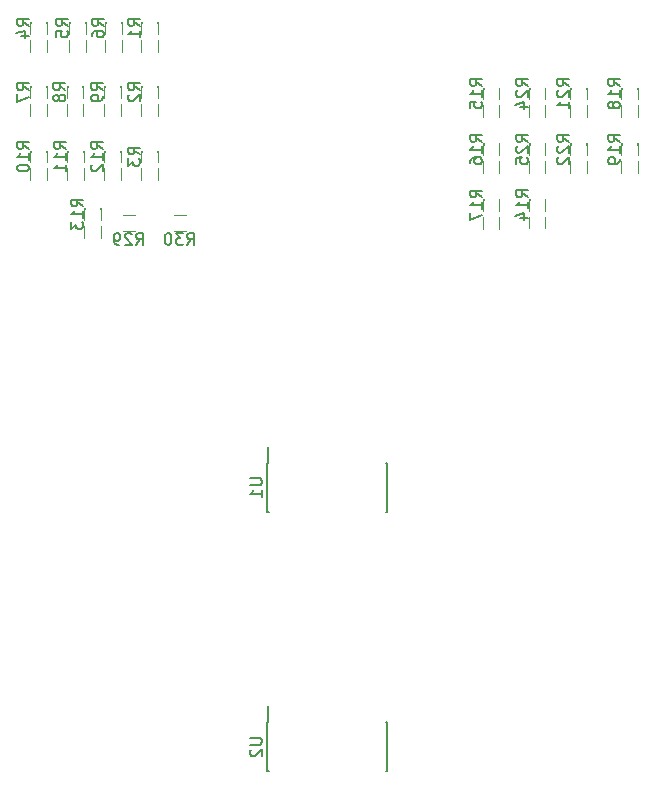
<source format=gbr>
G04 #@! TF.FileFunction,Legend,Bot*
%FSLAX46Y46*%
G04 Gerber Fmt 4.6, Leading zero omitted, Abs format (unit mm)*
G04 Created by KiCad (PCBNEW 4.0.7-e2-6376~58~ubuntu16.04.1) date Fri Jun  1 10:41:47 2018*
%MOMM*%
%LPD*%
G01*
G04 APERTURE LIST*
%ADD10C,0.100000*%
%ADD11C,0.090000*%
%ADD12C,0.120000*%
%ADD13C,0.150000*%
G04 APERTURE END LIST*
D10*
D11*
X127172000Y-48010000D02*
X127172000Y-47010000D01*
X125812000Y-47010000D02*
X125812000Y-48010000D01*
D12*
X127092000Y-45610000D02*
X127092000Y-45510000D01*
X125812000Y-45510000D02*
X125812000Y-46510000D01*
X127172000Y-46510000D02*
X127172000Y-45510000D01*
X125892000Y-45610000D02*
X125892000Y-45510000D01*
D11*
X127171998Y-53447000D02*
X127171998Y-52447000D01*
X125811998Y-52447000D02*
X125811998Y-53447000D01*
D12*
X127091998Y-51047000D02*
X127091998Y-50947000D01*
X125811998Y-50947000D02*
X125811998Y-51947000D01*
X127171998Y-51947000D02*
X127171998Y-50947000D01*
X125891998Y-51047000D02*
X125891998Y-50947000D01*
D11*
X127171998Y-58884000D02*
X127171998Y-57884000D01*
X125811998Y-57884000D02*
X125811998Y-58884000D01*
D12*
X127091998Y-56484000D02*
X127091998Y-56384000D01*
X125811998Y-56384000D02*
X125811998Y-57384000D01*
X127171998Y-57384000D02*
X127171998Y-56384000D01*
X125891998Y-56484000D02*
X125891998Y-56384000D01*
D11*
X117774000Y-48010000D02*
X117774000Y-47010000D01*
X116414000Y-47010000D02*
X116414000Y-48010000D01*
D12*
X117694000Y-45610000D02*
X117694000Y-45510000D01*
X116414000Y-45510000D02*
X116414000Y-46510000D01*
X117774000Y-46510000D02*
X117774000Y-45510000D01*
X116494000Y-45610000D02*
X116494000Y-45510000D01*
D11*
X121076000Y-48010000D02*
X121076000Y-47010000D01*
X119716000Y-47010000D02*
X119716000Y-48010000D01*
D12*
X120996000Y-45610000D02*
X120996000Y-45510000D01*
X119716000Y-45510000D02*
X119716000Y-46510000D01*
X121076000Y-46510000D02*
X121076000Y-45510000D01*
X119796000Y-45610000D02*
X119796000Y-45510000D01*
D11*
X124124000Y-48010000D02*
X124124000Y-47010000D01*
X122764000Y-47010000D02*
X122764000Y-48010000D01*
D12*
X124044000Y-45610000D02*
X124044000Y-45510000D01*
X122764000Y-45510000D02*
X122764000Y-46510000D01*
X124124000Y-46510000D02*
X124124000Y-45510000D01*
X122844000Y-45610000D02*
X122844000Y-45510000D01*
D11*
X117774000Y-53447000D02*
X117774000Y-52447000D01*
X116414000Y-52447000D02*
X116414000Y-53447000D01*
D12*
X117694000Y-51047000D02*
X117694000Y-50947000D01*
X116414000Y-50947000D02*
X116414000Y-51947000D01*
X117774000Y-51947000D02*
X117774000Y-50947000D01*
X116494000Y-51047000D02*
X116494000Y-50947000D01*
D11*
X120861997Y-53447000D02*
X120861997Y-52447000D01*
X119501997Y-52447000D02*
X119501997Y-53447000D01*
D12*
X120781997Y-51047000D02*
X120781997Y-50947000D01*
X119501997Y-50947000D02*
X119501997Y-51947000D01*
X120861997Y-51947000D02*
X120861997Y-50947000D01*
X119581997Y-51047000D02*
X119581997Y-50947000D01*
D11*
X124039332Y-53447000D02*
X124039332Y-52447000D01*
X122679332Y-52447000D02*
X122679332Y-53447000D01*
D12*
X123959332Y-51047000D02*
X123959332Y-50947000D01*
X122679332Y-50947000D02*
X122679332Y-51947000D01*
X124039332Y-51947000D02*
X124039332Y-50947000D01*
X122759332Y-51047000D02*
X122759332Y-50947000D01*
D11*
X117774000Y-58884000D02*
X117774000Y-57884000D01*
X116414000Y-57884000D02*
X116414000Y-58884000D01*
D12*
X117694000Y-56484000D02*
X117694000Y-56384000D01*
X116414000Y-56384000D02*
X116414000Y-57384000D01*
X117774000Y-57384000D02*
X117774000Y-56384000D01*
X116494000Y-56484000D02*
X116494000Y-56384000D01*
D11*
X120906666Y-58884000D02*
X120906666Y-57884000D01*
X119546666Y-57884000D02*
X119546666Y-58884000D01*
D12*
X120826666Y-56484000D02*
X120826666Y-56384000D01*
X119546666Y-56384000D02*
X119546666Y-57384000D01*
X120906666Y-57384000D02*
X120906666Y-56384000D01*
X119626666Y-56484000D02*
X119626666Y-56384000D01*
D11*
X124039332Y-58884000D02*
X124039332Y-57884000D01*
X122679332Y-57884000D02*
X122679332Y-58884000D01*
D12*
X123959332Y-56484000D02*
X123959332Y-56384000D01*
X122679332Y-56384000D02*
X122679332Y-57384000D01*
X124039332Y-57384000D02*
X124039332Y-56384000D01*
X122759332Y-56484000D02*
X122759332Y-56384000D01*
D11*
X122346000Y-63758000D02*
X122346000Y-62758000D01*
X120986000Y-62758000D02*
X120986000Y-63758000D01*
D12*
X122266000Y-61358000D02*
X122266000Y-61258000D01*
X120986000Y-61258000D02*
X120986000Y-62258000D01*
X122346000Y-62258000D02*
X122346000Y-61258000D01*
X121066000Y-61358000D02*
X121066000Y-61258000D01*
D11*
X160019886Y-62972000D02*
X160019886Y-61972000D01*
X158659886Y-61972000D02*
X158659886Y-62972000D01*
D12*
X159939886Y-60572000D02*
X159939886Y-60472000D01*
X158659886Y-60472000D02*
X158659886Y-61472000D01*
X160019886Y-61472000D02*
X160019886Y-60472000D01*
X158739886Y-60572000D02*
X158739886Y-60472000D01*
D11*
X156123829Y-53562000D02*
X156123829Y-52562000D01*
X154763829Y-52562000D02*
X154763829Y-53562000D01*
D12*
X156043829Y-51162000D02*
X156043829Y-51062000D01*
X154763829Y-51062000D02*
X154763829Y-52062000D01*
X156123829Y-52062000D02*
X156123829Y-51062000D01*
X154843829Y-51162000D02*
X154843829Y-51062000D01*
D11*
X156123829Y-58279000D02*
X156123829Y-57279000D01*
X154763829Y-57279000D02*
X154763829Y-58279000D01*
D12*
X156043829Y-55879000D02*
X156043829Y-55779000D01*
X154763829Y-55779000D02*
X154763829Y-56779000D01*
X156123829Y-56779000D02*
X156123829Y-55779000D01*
X154843829Y-55879000D02*
X154843829Y-55779000D01*
D11*
X156123829Y-62996000D02*
X156123829Y-61996000D01*
X154763829Y-61996000D02*
X154763829Y-62996000D01*
D12*
X156043829Y-60596000D02*
X156043829Y-60496000D01*
X154763829Y-60496000D02*
X154763829Y-61496000D01*
X156123829Y-61496000D02*
X156123829Y-60496000D01*
X154843829Y-60596000D02*
X154843829Y-60496000D01*
D11*
X167812000Y-53562000D02*
X167812000Y-52562000D01*
X166452000Y-52562000D02*
X166452000Y-53562000D01*
D12*
X167732000Y-51162000D02*
X167732000Y-51062000D01*
X166452000Y-51062000D02*
X166452000Y-52062000D01*
X167812000Y-52062000D02*
X167812000Y-51062000D01*
X166532000Y-51162000D02*
X166532000Y-51062000D01*
D11*
X167812000Y-58279000D02*
X167812000Y-57279000D01*
X166452000Y-57279000D02*
X166452000Y-58279000D01*
D12*
X167732000Y-55879000D02*
X167732000Y-55779000D01*
X166452000Y-55779000D02*
X166452000Y-56779000D01*
X167812000Y-56779000D02*
X167812000Y-55779000D01*
X166532000Y-55879000D02*
X166532000Y-55779000D01*
D11*
X163494000Y-53562000D02*
X163494000Y-52562000D01*
X162134000Y-52562000D02*
X162134000Y-53562000D01*
D12*
X163414000Y-51162000D02*
X163414000Y-51062000D01*
X162134000Y-51062000D02*
X162134000Y-52062000D01*
X163494000Y-52062000D02*
X163494000Y-51062000D01*
X162214000Y-51162000D02*
X162214000Y-51062000D01*
D11*
X163494000Y-58279000D02*
X163494000Y-57279000D01*
X162134000Y-57279000D02*
X162134000Y-58279000D01*
D12*
X163414000Y-55879000D02*
X163414000Y-55779000D01*
X162134000Y-55779000D02*
X162134000Y-56779000D01*
X163494000Y-56779000D02*
X163494000Y-55779000D01*
X162214000Y-55879000D02*
X162214000Y-55779000D01*
D11*
X160019886Y-53562000D02*
X160019886Y-52562000D01*
X158659886Y-52562000D02*
X158659886Y-53562000D01*
D12*
X159939886Y-51162000D02*
X159939886Y-51062000D01*
X158659886Y-51062000D02*
X158659886Y-52062000D01*
X160019886Y-52062000D02*
X160019886Y-51062000D01*
X158739886Y-51162000D02*
X158739886Y-51062000D01*
D11*
X160019886Y-58279000D02*
X160019886Y-57279000D01*
X158659886Y-57279000D02*
X158659886Y-58279000D01*
D12*
X159939886Y-55879000D02*
X159939886Y-55779000D01*
X158659886Y-55779000D02*
X158659886Y-56779000D01*
X160019886Y-56779000D02*
X160019886Y-55779000D01*
X158739886Y-55879000D02*
X158739886Y-55779000D01*
X125226000Y-61804000D02*
X124226000Y-61804000D01*
X124226000Y-63164000D02*
X125226000Y-63164000D01*
X129544000Y-61804000D02*
X128544000Y-61804000D01*
X128544000Y-63164000D02*
X129544000Y-63164000D01*
D13*
X136479200Y-82837200D02*
X136504200Y-82837200D01*
X136479200Y-86987200D02*
X136584200Y-86987200D01*
X146629200Y-86987200D02*
X146524200Y-86987200D01*
X146629200Y-82837200D02*
X146524200Y-82837200D01*
X136479200Y-82837200D02*
X136479200Y-86987200D01*
X146629200Y-82837200D02*
X146629200Y-86987200D01*
X136504200Y-82837200D02*
X136504200Y-81462200D01*
X136479200Y-104790400D02*
X136504200Y-104790400D01*
X136479200Y-108940400D02*
X136584200Y-108940400D01*
X146629200Y-108940400D02*
X146524200Y-108940400D01*
X146629200Y-104790400D02*
X146524200Y-104790400D01*
X136479200Y-104790400D02*
X136479200Y-108940400D01*
X146629200Y-104790400D02*
X146629200Y-108940400D01*
X136504200Y-104790400D02*
X136504200Y-103415400D01*
X125674381Y-45843334D02*
X125198190Y-45510000D01*
X125674381Y-45271905D02*
X124674381Y-45271905D01*
X124674381Y-45652858D01*
X124722000Y-45748096D01*
X124769619Y-45795715D01*
X124864857Y-45843334D01*
X125007714Y-45843334D01*
X125102952Y-45795715D01*
X125150571Y-45748096D01*
X125198190Y-45652858D01*
X125198190Y-45271905D01*
X125674381Y-46795715D02*
X125674381Y-46224286D01*
X125674381Y-46510000D02*
X124674381Y-46510000D01*
X124817238Y-46414762D01*
X124912476Y-46319524D01*
X124960095Y-46224286D01*
X125674379Y-51280334D02*
X125198188Y-50947000D01*
X125674379Y-50708905D02*
X124674379Y-50708905D01*
X124674379Y-51089858D01*
X124721998Y-51185096D01*
X124769617Y-51232715D01*
X124864855Y-51280334D01*
X125007712Y-51280334D01*
X125102950Y-51232715D01*
X125150569Y-51185096D01*
X125198188Y-51089858D01*
X125198188Y-50708905D01*
X124769617Y-51661286D02*
X124721998Y-51708905D01*
X124674379Y-51804143D01*
X124674379Y-52042239D01*
X124721998Y-52137477D01*
X124769617Y-52185096D01*
X124864855Y-52232715D01*
X124960093Y-52232715D01*
X125102950Y-52185096D01*
X125674379Y-51613667D01*
X125674379Y-52232715D01*
X125674379Y-56717334D02*
X125198188Y-56384000D01*
X125674379Y-56145905D02*
X124674379Y-56145905D01*
X124674379Y-56526858D01*
X124721998Y-56622096D01*
X124769617Y-56669715D01*
X124864855Y-56717334D01*
X125007712Y-56717334D01*
X125102950Y-56669715D01*
X125150569Y-56622096D01*
X125198188Y-56526858D01*
X125198188Y-56145905D01*
X124674379Y-57050667D02*
X124674379Y-57669715D01*
X125055331Y-57336381D01*
X125055331Y-57479239D01*
X125102950Y-57574477D01*
X125150569Y-57622096D01*
X125245808Y-57669715D01*
X125483903Y-57669715D01*
X125579141Y-57622096D01*
X125626760Y-57574477D01*
X125674379Y-57479239D01*
X125674379Y-57193524D01*
X125626760Y-57098286D01*
X125579141Y-57050667D01*
X116276381Y-45843334D02*
X115800190Y-45510000D01*
X116276381Y-45271905D02*
X115276381Y-45271905D01*
X115276381Y-45652858D01*
X115324000Y-45748096D01*
X115371619Y-45795715D01*
X115466857Y-45843334D01*
X115609714Y-45843334D01*
X115704952Y-45795715D01*
X115752571Y-45748096D01*
X115800190Y-45652858D01*
X115800190Y-45271905D01*
X115609714Y-46700477D02*
X116276381Y-46700477D01*
X115228762Y-46462381D02*
X115943048Y-46224286D01*
X115943048Y-46843334D01*
X119578381Y-45843334D02*
X119102190Y-45510000D01*
X119578381Y-45271905D02*
X118578381Y-45271905D01*
X118578381Y-45652858D01*
X118626000Y-45748096D01*
X118673619Y-45795715D01*
X118768857Y-45843334D01*
X118911714Y-45843334D01*
X119006952Y-45795715D01*
X119054571Y-45748096D01*
X119102190Y-45652858D01*
X119102190Y-45271905D01*
X118578381Y-46748096D02*
X118578381Y-46271905D01*
X119054571Y-46224286D01*
X119006952Y-46271905D01*
X118959333Y-46367143D01*
X118959333Y-46605239D01*
X119006952Y-46700477D01*
X119054571Y-46748096D01*
X119149810Y-46795715D01*
X119387905Y-46795715D01*
X119483143Y-46748096D01*
X119530762Y-46700477D01*
X119578381Y-46605239D01*
X119578381Y-46367143D01*
X119530762Y-46271905D01*
X119483143Y-46224286D01*
X122626381Y-45843334D02*
X122150190Y-45510000D01*
X122626381Y-45271905D02*
X121626381Y-45271905D01*
X121626381Y-45652858D01*
X121674000Y-45748096D01*
X121721619Y-45795715D01*
X121816857Y-45843334D01*
X121959714Y-45843334D01*
X122054952Y-45795715D01*
X122102571Y-45748096D01*
X122150190Y-45652858D01*
X122150190Y-45271905D01*
X121626381Y-46700477D02*
X121626381Y-46510000D01*
X121674000Y-46414762D01*
X121721619Y-46367143D01*
X121864476Y-46271905D01*
X122054952Y-46224286D01*
X122435905Y-46224286D01*
X122531143Y-46271905D01*
X122578762Y-46319524D01*
X122626381Y-46414762D01*
X122626381Y-46605239D01*
X122578762Y-46700477D01*
X122531143Y-46748096D01*
X122435905Y-46795715D01*
X122197810Y-46795715D01*
X122102571Y-46748096D01*
X122054952Y-46700477D01*
X122007333Y-46605239D01*
X122007333Y-46414762D01*
X122054952Y-46319524D01*
X122102571Y-46271905D01*
X122197810Y-46224286D01*
X116276381Y-51280334D02*
X115800190Y-50947000D01*
X116276381Y-50708905D02*
X115276381Y-50708905D01*
X115276381Y-51089858D01*
X115324000Y-51185096D01*
X115371619Y-51232715D01*
X115466857Y-51280334D01*
X115609714Y-51280334D01*
X115704952Y-51232715D01*
X115752571Y-51185096D01*
X115800190Y-51089858D01*
X115800190Y-50708905D01*
X115276381Y-51613667D02*
X115276381Y-52280334D01*
X116276381Y-51851762D01*
X119364378Y-51280334D02*
X118888187Y-50947000D01*
X119364378Y-50708905D02*
X118364378Y-50708905D01*
X118364378Y-51089858D01*
X118411997Y-51185096D01*
X118459616Y-51232715D01*
X118554854Y-51280334D01*
X118697711Y-51280334D01*
X118792949Y-51232715D01*
X118840568Y-51185096D01*
X118888187Y-51089858D01*
X118888187Y-50708905D01*
X118792949Y-51851762D02*
X118745330Y-51756524D01*
X118697711Y-51708905D01*
X118602473Y-51661286D01*
X118554854Y-51661286D01*
X118459616Y-51708905D01*
X118411997Y-51756524D01*
X118364378Y-51851762D01*
X118364378Y-52042239D01*
X118411997Y-52137477D01*
X118459616Y-52185096D01*
X118554854Y-52232715D01*
X118602473Y-52232715D01*
X118697711Y-52185096D01*
X118745330Y-52137477D01*
X118792949Y-52042239D01*
X118792949Y-51851762D01*
X118840568Y-51756524D01*
X118888187Y-51708905D01*
X118983426Y-51661286D01*
X119173902Y-51661286D01*
X119269140Y-51708905D01*
X119316759Y-51756524D01*
X119364378Y-51851762D01*
X119364378Y-52042239D01*
X119316759Y-52137477D01*
X119269140Y-52185096D01*
X119173902Y-52232715D01*
X118983426Y-52232715D01*
X118888187Y-52185096D01*
X118840568Y-52137477D01*
X118792949Y-52042239D01*
X122541713Y-51280334D02*
X122065522Y-50947000D01*
X122541713Y-50708905D02*
X121541713Y-50708905D01*
X121541713Y-51089858D01*
X121589332Y-51185096D01*
X121636951Y-51232715D01*
X121732189Y-51280334D01*
X121875046Y-51280334D01*
X121970284Y-51232715D01*
X122017903Y-51185096D01*
X122065522Y-51089858D01*
X122065522Y-50708905D01*
X122541713Y-51756524D02*
X122541713Y-51947000D01*
X122494094Y-52042239D01*
X122446475Y-52089858D01*
X122303618Y-52185096D01*
X122113142Y-52232715D01*
X121732189Y-52232715D01*
X121636951Y-52185096D01*
X121589332Y-52137477D01*
X121541713Y-52042239D01*
X121541713Y-51851762D01*
X121589332Y-51756524D01*
X121636951Y-51708905D01*
X121732189Y-51661286D01*
X121970284Y-51661286D01*
X122065522Y-51708905D01*
X122113142Y-51756524D01*
X122160761Y-51851762D01*
X122160761Y-52042239D01*
X122113142Y-52137477D01*
X122065522Y-52185096D01*
X121970284Y-52232715D01*
X116276381Y-56241143D02*
X115800190Y-55907809D01*
X116276381Y-55669714D02*
X115276381Y-55669714D01*
X115276381Y-56050667D01*
X115324000Y-56145905D01*
X115371619Y-56193524D01*
X115466857Y-56241143D01*
X115609714Y-56241143D01*
X115704952Y-56193524D01*
X115752571Y-56145905D01*
X115800190Y-56050667D01*
X115800190Y-55669714D01*
X116276381Y-57193524D02*
X116276381Y-56622095D01*
X116276381Y-56907809D02*
X115276381Y-56907809D01*
X115419238Y-56812571D01*
X115514476Y-56717333D01*
X115562095Y-56622095D01*
X115276381Y-57812571D02*
X115276381Y-57907810D01*
X115324000Y-58003048D01*
X115371619Y-58050667D01*
X115466857Y-58098286D01*
X115657333Y-58145905D01*
X115895429Y-58145905D01*
X116085905Y-58098286D01*
X116181143Y-58050667D01*
X116228762Y-58003048D01*
X116276381Y-57907810D01*
X116276381Y-57812571D01*
X116228762Y-57717333D01*
X116181143Y-57669714D01*
X116085905Y-57622095D01*
X115895429Y-57574476D01*
X115657333Y-57574476D01*
X115466857Y-57622095D01*
X115371619Y-57669714D01*
X115324000Y-57717333D01*
X115276381Y-57812571D01*
X119409047Y-56241143D02*
X118932856Y-55907809D01*
X119409047Y-55669714D02*
X118409047Y-55669714D01*
X118409047Y-56050667D01*
X118456666Y-56145905D01*
X118504285Y-56193524D01*
X118599523Y-56241143D01*
X118742380Y-56241143D01*
X118837618Y-56193524D01*
X118885237Y-56145905D01*
X118932856Y-56050667D01*
X118932856Y-55669714D01*
X119409047Y-57193524D02*
X119409047Y-56622095D01*
X119409047Y-56907809D02*
X118409047Y-56907809D01*
X118551904Y-56812571D01*
X118647142Y-56717333D01*
X118694761Y-56622095D01*
X119409047Y-58145905D02*
X119409047Y-57574476D01*
X119409047Y-57860190D02*
X118409047Y-57860190D01*
X118551904Y-57764952D01*
X118647142Y-57669714D01*
X118694761Y-57574476D01*
X122541713Y-56241143D02*
X122065522Y-55907809D01*
X122541713Y-55669714D02*
X121541713Y-55669714D01*
X121541713Y-56050667D01*
X121589332Y-56145905D01*
X121636951Y-56193524D01*
X121732189Y-56241143D01*
X121875046Y-56241143D01*
X121970284Y-56193524D01*
X122017903Y-56145905D01*
X122065522Y-56050667D01*
X122065522Y-55669714D01*
X122541713Y-57193524D02*
X122541713Y-56622095D01*
X122541713Y-56907809D02*
X121541713Y-56907809D01*
X121684570Y-56812571D01*
X121779808Y-56717333D01*
X121827427Y-56622095D01*
X121636951Y-57574476D02*
X121589332Y-57622095D01*
X121541713Y-57717333D01*
X121541713Y-57955429D01*
X121589332Y-58050667D01*
X121636951Y-58098286D01*
X121732189Y-58145905D01*
X121827427Y-58145905D01*
X121970284Y-58098286D01*
X122541713Y-57526857D01*
X122541713Y-58145905D01*
X120848381Y-61115143D02*
X120372190Y-60781809D01*
X120848381Y-60543714D02*
X119848381Y-60543714D01*
X119848381Y-60924667D01*
X119896000Y-61019905D01*
X119943619Y-61067524D01*
X120038857Y-61115143D01*
X120181714Y-61115143D01*
X120276952Y-61067524D01*
X120324571Y-61019905D01*
X120372190Y-60924667D01*
X120372190Y-60543714D01*
X120848381Y-62067524D02*
X120848381Y-61496095D01*
X120848381Y-61781809D02*
X119848381Y-61781809D01*
X119991238Y-61686571D01*
X120086476Y-61591333D01*
X120134095Y-61496095D01*
X119848381Y-62400857D02*
X119848381Y-63019905D01*
X120229333Y-62686571D01*
X120229333Y-62829429D01*
X120276952Y-62924667D01*
X120324571Y-62972286D01*
X120419810Y-63019905D01*
X120657905Y-63019905D01*
X120753143Y-62972286D01*
X120800762Y-62924667D01*
X120848381Y-62829429D01*
X120848381Y-62543714D01*
X120800762Y-62448476D01*
X120753143Y-62400857D01*
X158522267Y-60329143D02*
X158046076Y-59995809D01*
X158522267Y-59757714D02*
X157522267Y-59757714D01*
X157522267Y-60138667D01*
X157569886Y-60233905D01*
X157617505Y-60281524D01*
X157712743Y-60329143D01*
X157855600Y-60329143D01*
X157950838Y-60281524D01*
X157998457Y-60233905D01*
X158046076Y-60138667D01*
X158046076Y-59757714D01*
X158522267Y-61281524D02*
X158522267Y-60710095D01*
X158522267Y-60995809D02*
X157522267Y-60995809D01*
X157665124Y-60900571D01*
X157760362Y-60805333D01*
X157807981Y-60710095D01*
X157855600Y-62138667D02*
X158522267Y-62138667D01*
X157474648Y-61900571D02*
X158188934Y-61662476D01*
X158188934Y-62281524D01*
X154626210Y-50919143D02*
X154150019Y-50585809D01*
X154626210Y-50347714D02*
X153626210Y-50347714D01*
X153626210Y-50728667D01*
X153673829Y-50823905D01*
X153721448Y-50871524D01*
X153816686Y-50919143D01*
X153959543Y-50919143D01*
X154054781Y-50871524D01*
X154102400Y-50823905D01*
X154150019Y-50728667D01*
X154150019Y-50347714D01*
X154626210Y-51871524D02*
X154626210Y-51300095D01*
X154626210Y-51585809D02*
X153626210Y-51585809D01*
X153769067Y-51490571D01*
X153864305Y-51395333D01*
X153911924Y-51300095D01*
X153626210Y-52776286D02*
X153626210Y-52300095D01*
X154102400Y-52252476D01*
X154054781Y-52300095D01*
X154007162Y-52395333D01*
X154007162Y-52633429D01*
X154054781Y-52728667D01*
X154102400Y-52776286D01*
X154197639Y-52823905D01*
X154435734Y-52823905D01*
X154530972Y-52776286D01*
X154578591Y-52728667D01*
X154626210Y-52633429D01*
X154626210Y-52395333D01*
X154578591Y-52300095D01*
X154530972Y-52252476D01*
X154626210Y-55636143D02*
X154150019Y-55302809D01*
X154626210Y-55064714D02*
X153626210Y-55064714D01*
X153626210Y-55445667D01*
X153673829Y-55540905D01*
X153721448Y-55588524D01*
X153816686Y-55636143D01*
X153959543Y-55636143D01*
X154054781Y-55588524D01*
X154102400Y-55540905D01*
X154150019Y-55445667D01*
X154150019Y-55064714D01*
X154626210Y-56588524D02*
X154626210Y-56017095D01*
X154626210Y-56302809D02*
X153626210Y-56302809D01*
X153769067Y-56207571D01*
X153864305Y-56112333D01*
X153911924Y-56017095D01*
X153626210Y-57445667D02*
X153626210Y-57255190D01*
X153673829Y-57159952D01*
X153721448Y-57112333D01*
X153864305Y-57017095D01*
X154054781Y-56969476D01*
X154435734Y-56969476D01*
X154530972Y-57017095D01*
X154578591Y-57064714D01*
X154626210Y-57159952D01*
X154626210Y-57350429D01*
X154578591Y-57445667D01*
X154530972Y-57493286D01*
X154435734Y-57540905D01*
X154197639Y-57540905D01*
X154102400Y-57493286D01*
X154054781Y-57445667D01*
X154007162Y-57350429D01*
X154007162Y-57159952D01*
X154054781Y-57064714D01*
X154102400Y-57017095D01*
X154197639Y-56969476D01*
X154626210Y-60353143D02*
X154150019Y-60019809D01*
X154626210Y-59781714D02*
X153626210Y-59781714D01*
X153626210Y-60162667D01*
X153673829Y-60257905D01*
X153721448Y-60305524D01*
X153816686Y-60353143D01*
X153959543Y-60353143D01*
X154054781Y-60305524D01*
X154102400Y-60257905D01*
X154150019Y-60162667D01*
X154150019Y-59781714D01*
X154626210Y-61305524D02*
X154626210Y-60734095D01*
X154626210Y-61019809D02*
X153626210Y-61019809D01*
X153769067Y-60924571D01*
X153864305Y-60829333D01*
X153911924Y-60734095D01*
X153626210Y-61638857D02*
X153626210Y-62305524D01*
X154626210Y-61876952D01*
X166314381Y-50919143D02*
X165838190Y-50585809D01*
X166314381Y-50347714D02*
X165314381Y-50347714D01*
X165314381Y-50728667D01*
X165362000Y-50823905D01*
X165409619Y-50871524D01*
X165504857Y-50919143D01*
X165647714Y-50919143D01*
X165742952Y-50871524D01*
X165790571Y-50823905D01*
X165838190Y-50728667D01*
X165838190Y-50347714D01*
X166314381Y-51871524D02*
X166314381Y-51300095D01*
X166314381Y-51585809D02*
X165314381Y-51585809D01*
X165457238Y-51490571D01*
X165552476Y-51395333D01*
X165600095Y-51300095D01*
X165742952Y-52442952D02*
X165695333Y-52347714D01*
X165647714Y-52300095D01*
X165552476Y-52252476D01*
X165504857Y-52252476D01*
X165409619Y-52300095D01*
X165362000Y-52347714D01*
X165314381Y-52442952D01*
X165314381Y-52633429D01*
X165362000Y-52728667D01*
X165409619Y-52776286D01*
X165504857Y-52823905D01*
X165552476Y-52823905D01*
X165647714Y-52776286D01*
X165695333Y-52728667D01*
X165742952Y-52633429D01*
X165742952Y-52442952D01*
X165790571Y-52347714D01*
X165838190Y-52300095D01*
X165933429Y-52252476D01*
X166123905Y-52252476D01*
X166219143Y-52300095D01*
X166266762Y-52347714D01*
X166314381Y-52442952D01*
X166314381Y-52633429D01*
X166266762Y-52728667D01*
X166219143Y-52776286D01*
X166123905Y-52823905D01*
X165933429Y-52823905D01*
X165838190Y-52776286D01*
X165790571Y-52728667D01*
X165742952Y-52633429D01*
X166314381Y-55636143D02*
X165838190Y-55302809D01*
X166314381Y-55064714D02*
X165314381Y-55064714D01*
X165314381Y-55445667D01*
X165362000Y-55540905D01*
X165409619Y-55588524D01*
X165504857Y-55636143D01*
X165647714Y-55636143D01*
X165742952Y-55588524D01*
X165790571Y-55540905D01*
X165838190Y-55445667D01*
X165838190Y-55064714D01*
X166314381Y-56588524D02*
X166314381Y-56017095D01*
X166314381Y-56302809D02*
X165314381Y-56302809D01*
X165457238Y-56207571D01*
X165552476Y-56112333D01*
X165600095Y-56017095D01*
X166314381Y-57064714D02*
X166314381Y-57255190D01*
X166266762Y-57350429D01*
X166219143Y-57398048D01*
X166076286Y-57493286D01*
X165885810Y-57540905D01*
X165504857Y-57540905D01*
X165409619Y-57493286D01*
X165362000Y-57445667D01*
X165314381Y-57350429D01*
X165314381Y-57159952D01*
X165362000Y-57064714D01*
X165409619Y-57017095D01*
X165504857Y-56969476D01*
X165742952Y-56969476D01*
X165838190Y-57017095D01*
X165885810Y-57064714D01*
X165933429Y-57159952D01*
X165933429Y-57350429D01*
X165885810Y-57445667D01*
X165838190Y-57493286D01*
X165742952Y-57540905D01*
X161996381Y-50919143D02*
X161520190Y-50585809D01*
X161996381Y-50347714D02*
X160996381Y-50347714D01*
X160996381Y-50728667D01*
X161044000Y-50823905D01*
X161091619Y-50871524D01*
X161186857Y-50919143D01*
X161329714Y-50919143D01*
X161424952Y-50871524D01*
X161472571Y-50823905D01*
X161520190Y-50728667D01*
X161520190Y-50347714D01*
X161091619Y-51300095D02*
X161044000Y-51347714D01*
X160996381Y-51442952D01*
X160996381Y-51681048D01*
X161044000Y-51776286D01*
X161091619Y-51823905D01*
X161186857Y-51871524D01*
X161282095Y-51871524D01*
X161424952Y-51823905D01*
X161996381Y-51252476D01*
X161996381Y-51871524D01*
X161996381Y-52823905D02*
X161996381Y-52252476D01*
X161996381Y-52538190D02*
X160996381Y-52538190D01*
X161139238Y-52442952D01*
X161234476Y-52347714D01*
X161282095Y-52252476D01*
X161996381Y-55636143D02*
X161520190Y-55302809D01*
X161996381Y-55064714D02*
X160996381Y-55064714D01*
X160996381Y-55445667D01*
X161044000Y-55540905D01*
X161091619Y-55588524D01*
X161186857Y-55636143D01*
X161329714Y-55636143D01*
X161424952Y-55588524D01*
X161472571Y-55540905D01*
X161520190Y-55445667D01*
X161520190Y-55064714D01*
X161091619Y-56017095D02*
X161044000Y-56064714D01*
X160996381Y-56159952D01*
X160996381Y-56398048D01*
X161044000Y-56493286D01*
X161091619Y-56540905D01*
X161186857Y-56588524D01*
X161282095Y-56588524D01*
X161424952Y-56540905D01*
X161996381Y-55969476D01*
X161996381Y-56588524D01*
X161091619Y-56969476D02*
X161044000Y-57017095D01*
X160996381Y-57112333D01*
X160996381Y-57350429D01*
X161044000Y-57445667D01*
X161091619Y-57493286D01*
X161186857Y-57540905D01*
X161282095Y-57540905D01*
X161424952Y-57493286D01*
X161996381Y-56921857D01*
X161996381Y-57540905D01*
X158522267Y-50919143D02*
X158046076Y-50585809D01*
X158522267Y-50347714D02*
X157522267Y-50347714D01*
X157522267Y-50728667D01*
X157569886Y-50823905D01*
X157617505Y-50871524D01*
X157712743Y-50919143D01*
X157855600Y-50919143D01*
X157950838Y-50871524D01*
X157998457Y-50823905D01*
X158046076Y-50728667D01*
X158046076Y-50347714D01*
X157617505Y-51300095D02*
X157569886Y-51347714D01*
X157522267Y-51442952D01*
X157522267Y-51681048D01*
X157569886Y-51776286D01*
X157617505Y-51823905D01*
X157712743Y-51871524D01*
X157807981Y-51871524D01*
X157950838Y-51823905D01*
X158522267Y-51252476D01*
X158522267Y-51871524D01*
X157855600Y-52728667D02*
X158522267Y-52728667D01*
X157474648Y-52490571D02*
X158188934Y-52252476D01*
X158188934Y-52871524D01*
X158522267Y-55636143D02*
X158046076Y-55302809D01*
X158522267Y-55064714D02*
X157522267Y-55064714D01*
X157522267Y-55445667D01*
X157569886Y-55540905D01*
X157617505Y-55588524D01*
X157712743Y-55636143D01*
X157855600Y-55636143D01*
X157950838Y-55588524D01*
X157998457Y-55540905D01*
X158046076Y-55445667D01*
X158046076Y-55064714D01*
X157617505Y-56017095D02*
X157569886Y-56064714D01*
X157522267Y-56159952D01*
X157522267Y-56398048D01*
X157569886Y-56493286D01*
X157617505Y-56540905D01*
X157712743Y-56588524D01*
X157807981Y-56588524D01*
X157950838Y-56540905D01*
X158522267Y-55969476D01*
X158522267Y-56588524D01*
X157522267Y-57493286D02*
X157522267Y-57017095D01*
X157998457Y-56969476D01*
X157950838Y-57017095D01*
X157903219Y-57112333D01*
X157903219Y-57350429D01*
X157950838Y-57445667D01*
X157998457Y-57493286D01*
X158093696Y-57540905D01*
X158331791Y-57540905D01*
X158427029Y-57493286D01*
X158474648Y-57445667D01*
X158522267Y-57350429D01*
X158522267Y-57112333D01*
X158474648Y-57017095D01*
X158427029Y-56969476D01*
X125368857Y-64386381D02*
X125702191Y-63910190D01*
X125940286Y-64386381D02*
X125940286Y-63386381D01*
X125559333Y-63386381D01*
X125464095Y-63434000D01*
X125416476Y-63481619D01*
X125368857Y-63576857D01*
X125368857Y-63719714D01*
X125416476Y-63814952D01*
X125464095Y-63862571D01*
X125559333Y-63910190D01*
X125940286Y-63910190D01*
X124987905Y-63481619D02*
X124940286Y-63434000D01*
X124845048Y-63386381D01*
X124606952Y-63386381D01*
X124511714Y-63434000D01*
X124464095Y-63481619D01*
X124416476Y-63576857D01*
X124416476Y-63672095D01*
X124464095Y-63814952D01*
X125035524Y-64386381D01*
X124416476Y-64386381D01*
X123940286Y-64386381D02*
X123749810Y-64386381D01*
X123654571Y-64338762D01*
X123606952Y-64291143D01*
X123511714Y-64148286D01*
X123464095Y-63957810D01*
X123464095Y-63576857D01*
X123511714Y-63481619D01*
X123559333Y-63434000D01*
X123654571Y-63386381D01*
X123845048Y-63386381D01*
X123940286Y-63434000D01*
X123987905Y-63481619D01*
X124035524Y-63576857D01*
X124035524Y-63814952D01*
X123987905Y-63910190D01*
X123940286Y-63957810D01*
X123845048Y-64005429D01*
X123654571Y-64005429D01*
X123559333Y-63957810D01*
X123511714Y-63910190D01*
X123464095Y-63814952D01*
X129686857Y-64386381D02*
X130020191Y-63910190D01*
X130258286Y-64386381D02*
X130258286Y-63386381D01*
X129877333Y-63386381D01*
X129782095Y-63434000D01*
X129734476Y-63481619D01*
X129686857Y-63576857D01*
X129686857Y-63719714D01*
X129734476Y-63814952D01*
X129782095Y-63862571D01*
X129877333Y-63910190D01*
X130258286Y-63910190D01*
X129353524Y-63386381D02*
X128734476Y-63386381D01*
X129067810Y-63767333D01*
X128924952Y-63767333D01*
X128829714Y-63814952D01*
X128782095Y-63862571D01*
X128734476Y-63957810D01*
X128734476Y-64195905D01*
X128782095Y-64291143D01*
X128829714Y-64338762D01*
X128924952Y-64386381D01*
X129210667Y-64386381D01*
X129305905Y-64338762D01*
X129353524Y-64291143D01*
X128115429Y-63386381D02*
X128020190Y-63386381D01*
X127924952Y-63434000D01*
X127877333Y-63481619D01*
X127829714Y-63576857D01*
X127782095Y-63767333D01*
X127782095Y-64005429D01*
X127829714Y-64195905D01*
X127877333Y-64291143D01*
X127924952Y-64338762D01*
X128020190Y-64386381D01*
X128115429Y-64386381D01*
X128210667Y-64338762D01*
X128258286Y-64291143D01*
X128305905Y-64195905D01*
X128353524Y-64005429D01*
X128353524Y-63767333D01*
X128305905Y-63576857D01*
X128258286Y-63481619D01*
X128210667Y-63434000D01*
X128115429Y-63386381D01*
X135006581Y-84150295D02*
X135816105Y-84150295D01*
X135911343Y-84197914D01*
X135958962Y-84245533D01*
X136006581Y-84340771D01*
X136006581Y-84531248D01*
X135958962Y-84626486D01*
X135911343Y-84674105D01*
X135816105Y-84721724D01*
X135006581Y-84721724D01*
X136006581Y-85721724D02*
X136006581Y-85150295D01*
X136006581Y-85436009D02*
X135006581Y-85436009D01*
X135149438Y-85340771D01*
X135244676Y-85245533D01*
X135292295Y-85150295D01*
X135006581Y-106103495D02*
X135816105Y-106103495D01*
X135911343Y-106151114D01*
X135958962Y-106198733D01*
X136006581Y-106293971D01*
X136006581Y-106484448D01*
X135958962Y-106579686D01*
X135911343Y-106627305D01*
X135816105Y-106674924D01*
X135006581Y-106674924D01*
X135101819Y-107103495D02*
X135054200Y-107151114D01*
X135006581Y-107246352D01*
X135006581Y-107484448D01*
X135054200Y-107579686D01*
X135101819Y-107627305D01*
X135197057Y-107674924D01*
X135292295Y-107674924D01*
X135435152Y-107627305D01*
X136006581Y-107055876D01*
X136006581Y-107674924D01*
M02*

</source>
